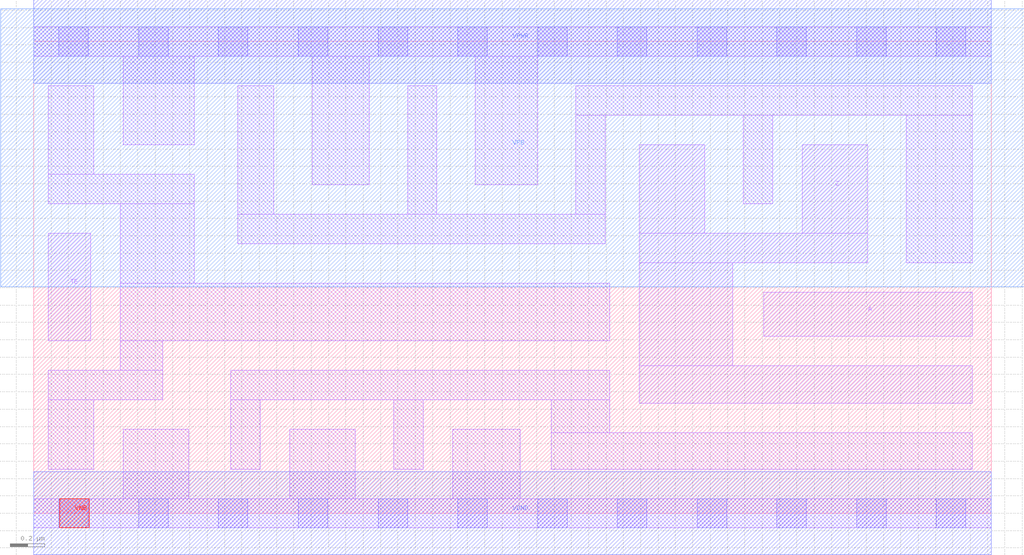
<source format=lef>
# Copyright 2020 The SkyWater PDK Authors
#
# Licensed under the Apache License, Version 2.0 (the "License");
# you may not use this file except in compliance with the License.
# You may obtain a copy of the License at
#
#     https://www.apache.org/licenses/LICENSE-2.0
#
# Unless required by applicable law or agreed to in writing, software
# distributed under the License is distributed on an "AS IS" BASIS,
# WITHOUT WARRANTIES OR CONDITIONS OF ANY KIND, either express or implied.
# See the License for the specific language governing permissions and
# limitations under the License.
#
# SPDX-License-Identifier: Apache-2.0

VERSION 5.7 ;
  NOWIREEXTENSIONATPIN ON ;
  DIVIDERCHAR "/" ;
  BUSBITCHARS "[]" ;
PROPERTYDEFINITIONS
  MACRO maskLayoutSubType STRING ;
  MACRO prCellType STRING ;
  MACRO originalViewName STRING ;
END PROPERTYDEFINITIONS
MACRO sky130_fd_sc_hdll__einvp_4
  CLASS CORE ;
  FOREIGN sky130_fd_sc_hdll__einvp_4 ;
  ORIGIN  0.000000  0.000000 ;
  SIZE  5.520000 BY  2.720000 ;
  SYMMETRY X Y R90 ;
  SITE unithd ;
  PIN A
    ANTENNAGATEAREA  1.110000 ;
    DIRECTION INPUT ;
    USE SIGNAL ;
    PORT
      LAYER li1 ;
        RECT 4.210000 1.020000 5.410000 1.275000 ;
    END
  END A
  PIN TE
    ANTENNAGATEAREA  0.667500 ;
    DIRECTION INPUT ;
    USE SIGNAL ;
    PORT
      LAYER li1 ;
        RECT 0.085000 0.995000 0.330000 1.615000 ;
    END
  END TE
  PIN VGND
    ANTENNADIFFAREA  0.598000 ;
    DIRECTION INOUT ;
    USE SIGNAL ;
    PORT
      LAYER met1 ;
        RECT 0.000000 -0.240000 5.520000 0.240000 ;
    END
  END VGND
  PIN VNB
    PORT
      LAYER pwell ;
        RECT 0.150000 -0.085000 0.320000 0.085000 ;
    END
  END VNB
  PIN VPB
    PORT
      LAYER nwell ;
        RECT -0.190000 1.305000 5.710000 2.910000 ;
    END
  END VPB
  PIN VPWR
    ANTENNADIFFAREA  0.815200 ;
    DIRECTION INOUT ;
    USE SIGNAL ;
    PORT
      LAYER met1 ;
        RECT 0.000000 2.480000 5.520000 2.960000 ;
    END
  END VPWR
  PIN Z
    ANTENNADIFFAREA  0.996000 ;
    DIRECTION OUTPUT ;
    USE SIGNAL ;
    PORT
      LAYER li1 ;
        RECT 3.490000 0.635000 5.410000 0.850000 ;
        RECT 3.490000 0.850000 4.030000 1.445000 ;
        RECT 3.490000 1.445000 4.810000 1.615000 ;
        RECT 3.490000 1.615000 3.870000 2.125000 ;
        RECT 4.430000 1.615000 4.810000 2.125000 ;
    END
  END Z
  OBS
    LAYER li1 ;
      RECT 0.000000 -0.085000 5.520000 0.085000 ;
      RECT 0.000000  2.635000 5.520000 2.805000 ;
      RECT 0.085000  0.255000 0.345000 0.655000 ;
      RECT 0.085000  0.655000 0.745000 0.825000 ;
      RECT 0.085000  1.785000 0.925000 1.955000 ;
      RECT 0.085000  1.955000 0.345000 2.465000 ;
      RECT 0.500000  0.825000 0.745000 0.995000 ;
      RECT 0.500000  0.995000 3.320000 1.325000 ;
      RECT 0.500000  1.325000 0.925000 1.785000 ;
      RECT 0.515000  0.085000 0.895000 0.485000 ;
      RECT 0.515000  2.125000 0.925000 2.635000 ;
      RECT 1.135000  0.255000 1.305000 0.655000 ;
      RECT 1.135000  0.655000 3.320000 0.825000 ;
      RECT 1.175000  1.555000 3.295000 1.725000 ;
      RECT 1.175000  1.725000 1.385000 2.465000 ;
      RECT 1.475000  0.085000 1.855000 0.485000 ;
      RECT 1.605000  1.895000 1.935000 2.635000 ;
      RECT 2.075000  0.255000 2.245000 0.655000 ;
      RECT 2.155000  1.725000 2.325000 2.465000 ;
      RECT 2.415000  0.085000 2.805000 0.485000 ;
      RECT 2.545000  1.895000 2.905000 2.635000 ;
      RECT 2.985000  0.255000 5.410000 0.465000 ;
      RECT 2.985000  0.465000 3.320000 0.655000 ;
      RECT 3.125000  1.725000 3.295000 2.295000 ;
      RECT 3.125000  2.295000 5.410000 2.465000 ;
      RECT 4.090000  1.785000 4.260000 2.295000 ;
      RECT 5.030000  1.445000 5.410000 2.295000 ;
    LAYER mcon ;
      RECT 0.145000 -0.085000 0.315000 0.085000 ;
      RECT 0.145000  2.635000 0.315000 2.805000 ;
      RECT 0.605000 -0.085000 0.775000 0.085000 ;
      RECT 0.605000  2.635000 0.775000 2.805000 ;
      RECT 1.065000 -0.085000 1.235000 0.085000 ;
      RECT 1.065000  2.635000 1.235000 2.805000 ;
      RECT 1.525000 -0.085000 1.695000 0.085000 ;
      RECT 1.525000  2.635000 1.695000 2.805000 ;
      RECT 1.985000 -0.085000 2.155000 0.085000 ;
      RECT 1.985000  2.635000 2.155000 2.805000 ;
      RECT 2.445000 -0.085000 2.615000 0.085000 ;
      RECT 2.445000  2.635000 2.615000 2.805000 ;
      RECT 2.905000 -0.085000 3.075000 0.085000 ;
      RECT 2.905000  2.635000 3.075000 2.805000 ;
      RECT 3.365000 -0.085000 3.535000 0.085000 ;
      RECT 3.365000  2.635000 3.535000 2.805000 ;
      RECT 3.825000 -0.085000 3.995000 0.085000 ;
      RECT 3.825000  2.635000 3.995000 2.805000 ;
      RECT 4.285000 -0.085000 4.455000 0.085000 ;
      RECT 4.285000  2.635000 4.455000 2.805000 ;
      RECT 4.745000 -0.085000 4.915000 0.085000 ;
      RECT 4.745000  2.635000 4.915000 2.805000 ;
      RECT 5.205000 -0.085000 5.375000 0.085000 ;
      RECT 5.205000  2.635000 5.375000 2.805000 ;
  END
  PROPERTY maskLayoutSubType "abstract" ;
  PROPERTY prCellType "standard" ;
  PROPERTY originalViewName "layout" ;
END sky130_fd_sc_hdll__einvp_4
END LIBRARY

</source>
